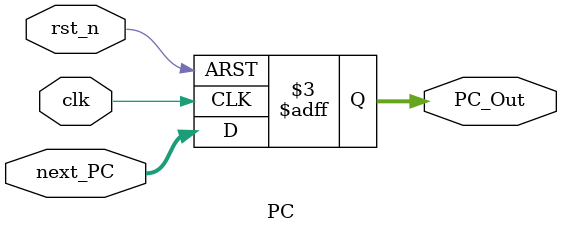
<source format=v>
module PC (
    input clk,
    input rst_n,
    input [31:0] next_PC,
    output reg [31:0] PC_Out
);
    always @(posedge clk or negedge rst_n) begin
        if (!rst_n)
            PC_Out <= 32'b0;
        else
            PC_Out <= next_PC; // Bỏ mask để xử lý địa chỉ không căn chỉnh
    end
endmodule
</source>
